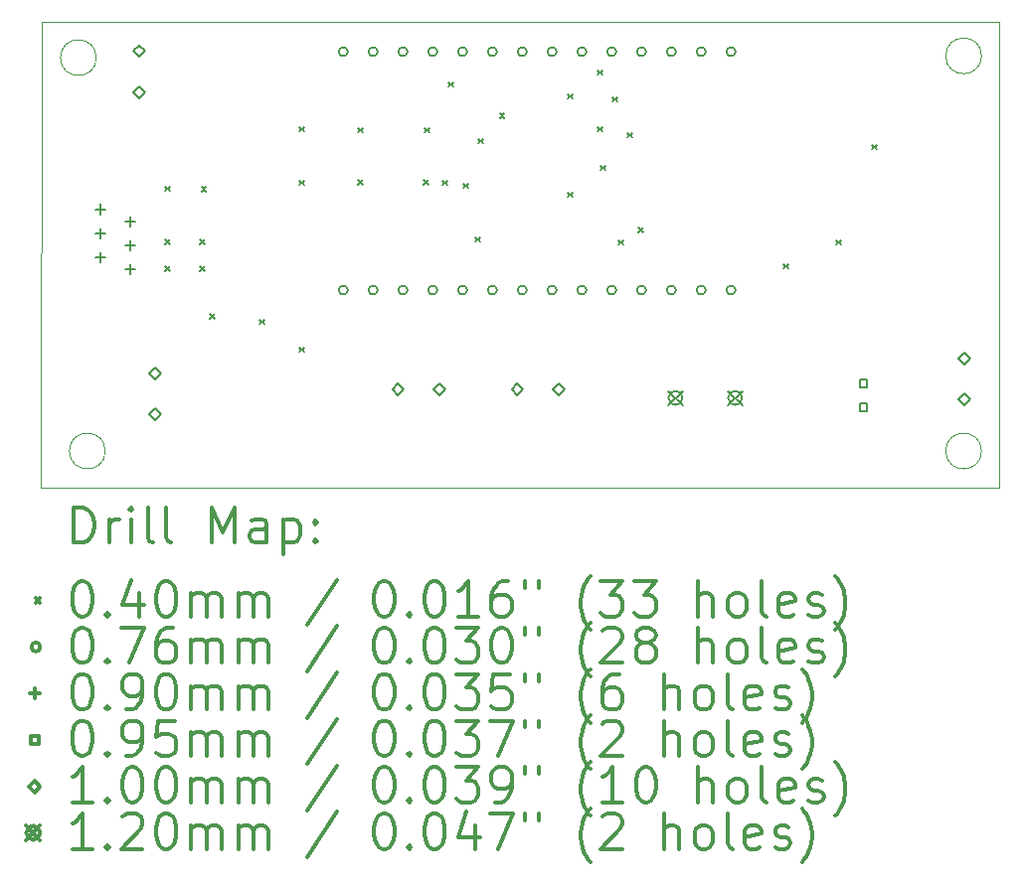
<source format=gbr>
%FSLAX45Y45*%
G04 Gerber Fmt 4.5, Leading zero omitted, Abs format (unit mm)*
G04 Created by KiCad (PCBNEW 5.1.5+dfsg1-2build2) date 2022-04-22 12:54:55*
%MOMM*%
%LPD*%
G04 APERTURE LIST*
%TA.AperFunction,Profile*%
%ADD10C,0.100000*%
%TD*%
%ADD11C,0.200000*%
%ADD12C,0.300000*%
G04 APERTURE END LIST*
D10*
X6319520Y-6604000D02*
X7467600Y-6604000D01*
X6314440Y-10571480D02*
X6319520Y-6604000D01*
X14478000Y-6604000D02*
X14472920Y-10571480D01*
X7467600Y-6604000D02*
X14478000Y-6604000D01*
X6314440Y-10571480D02*
X14472920Y-10571480D01*
X6786880Y-6908800D02*
G75*
G03X6786880Y-6908800I-152400J0D01*
G01*
X6863080Y-10261600D02*
G75*
G03X6863080Y-10261600I-152400J0D01*
G01*
X14325600Y-10261600D02*
G75*
G03X14325600Y-10261600I-152400J0D01*
G01*
X14325600Y-6893560D02*
G75*
G03X14325600Y-6893560I-152400J0D01*
G01*
D11*
X7371400Y-8006400D02*
X7411400Y-8046400D01*
X7411400Y-8006400D02*
X7371400Y-8046400D01*
X7371400Y-8458520D02*
X7411400Y-8498520D01*
X7411400Y-8458520D02*
X7371400Y-8498520D01*
X7373113Y-8688216D02*
X7413113Y-8728216D01*
X7413113Y-8688216D02*
X7373113Y-8728216D01*
X7671120Y-8458520D02*
X7711120Y-8498520D01*
X7711120Y-8458520D02*
X7671120Y-8498520D01*
X7671120Y-8687120D02*
X7711120Y-8727120D01*
X7711120Y-8687120D02*
X7671120Y-8727120D01*
X7681280Y-8011480D02*
X7721280Y-8051480D01*
X7721280Y-8011480D02*
X7681280Y-8051480D01*
X7752400Y-9093520D02*
X7792400Y-9133520D01*
X7792400Y-9093520D02*
X7752400Y-9133520D01*
X8177160Y-9141200D02*
X8217160Y-9181200D01*
X8217160Y-9141200D02*
X8177160Y-9181200D01*
X8514400Y-7498400D02*
X8554400Y-7538400D01*
X8554400Y-7498400D02*
X8514400Y-7538400D01*
X8514400Y-7955600D02*
X8554400Y-7995600D01*
X8554400Y-7955600D02*
X8514400Y-7995600D01*
X8514400Y-9378000D02*
X8554400Y-9418000D01*
X8554400Y-9378000D02*
X8514400Y-9418000D01*
X9014800Y-7506000D02*
X9054800Y-7546000D01*
X9054800Y-7506000D02*
X9014800Y-7546000D01*
X9014800Y-7948000D02*
X9054800Y-7988000D01*
X9054800Y-7948000D02*
X9014800Y-7988000D01*
X9573600Y-7948000D02*
X9613600Y-7988000D01*
X9613600Y-7948000D02*
X9573600Y-7988000D01*
X9581200Y-7506000D02*
X9621200Y-7546000D01*
X9621200Y-7506000D02*
X9581200Y-7546000D01*
X9733600Y-7955600D02*
X9773600Y-7995600D01*
X9773600Y-7955600D02*
X9733600Y-7995600D01*
X9784400Y-7117400D02*
X9824400Y-7157400D01*
X9824400Y-7117400D02*
X9784400Y-7157400D01*
X9911400Y-7981000D02*
X9951400Y-8021000D01*
X9951400Y-7981000D02*
X9911400Y-8021000D01*
X10013000Y-8438200D02*
X10053000Y-8478200D01*
X10053000Y-8438200D02*
X10013000Y-8478200D01*
X10038400Y-7600000D02*
X10078400Y-7640000D01*
X10078400Y-7600000D02*
X10038400Y-7640000D01*
X10222000Y-7386640D02*
X10262000Y-7426640D01*
X10262000Y-7386640D02*
X10222000Y-7426640D01*
X10800400Y-7219000D02*
X10840400Y-7259000D01*
X10840400Y-7219000D02*
X10800400Y-7259000D01*
X10800400Y-8057200D02*
X10840400Y-8097200D01*
X10840400Y-8057200D02*
X10800400Y-8097200D01*
X11054400Y-7015800D02*
X11094400Y-7055800D01*
X11094400Y-7015800D02*
X11054400Y-7055800D01*
X11054400Y-7498400D02*
X11094400Y-7538400D01*
X11094400Y-7498400D02*
X11054400Y-7538400D01*
X11079800Y-7828600D02*
X11119800Y-7868600D01*
X11119800Y-7828600D02*
X11079800Y-7868600D01*
X11181400Y-7244400D02*
X11221400Y-7284400D01*
X11221400Y-7244400D02*
X11181400Y-7284400D01*
X11232200Y-8463600D02*
X11272200Y-8503600D01*
X11272200Y-8463600D02*
X11232200Y-8503600D01*
X11308400Y-7549200D02*
X11348400Y-7589200D01*
X11348400Y-7549200D02*
X11308400Y-7589200D01*
X11403000Y-8355000D02*
X11443000Y-8395000D01*
X11443000Y-8355000D02*
X11403000Y-8395000D01*
X12640800Y-8666800D02*
X12680800Y-8706800D01*
X12680800Y-8666800D02*
X12640800Y-8706800D01*
X13086400Y-8463600D02*
X13126400Y-8503600D01*
X13126400Y-8463600D02*
X13086400Y-8503600D01*
X13391200Y-7650800D02*
X13431200Y-7690800D01*
X13431200Y-7650800D02*
X13391200Y-7690800D01*
X8928100Y-6858000D02*
G75*
G03X8928100Y-6858000I-38100J0D01*
G01*
X9182100Y-6858000D02*
G75*
G03X9182100Y-6858000I-38100J0D01*
G01*
X9436100Y-6858000D02*
G75*
G03X9436100Y-6858000I-38100J0D01*
G01*
X9690100Y-6858000D02*
G75*
G03X9690100Y-6858000I-38100J0D01*
G01*
X9944100Y-6858000D02*
G75*
G03X9944100Y-6858000I-38100J0D01*
G01*
X10198100Y-6858000D02*
G75*
G03X10198100Y-6858000I-38100J0D01*
G01*
X10452100Y-6858000D02*
G75*
G03X10452100Y-6858000I-38100J0D01*
G01*
X10706100Y-6858000D02*
G75*
G03X10706100Y-6858000I-38100J0D01*
G01*
X10960100Y-6858000D02*
G75*
G03X10960100Y-6858000I-38100J0D01*
G01*
X11214100Y-6858000D02*
G75*
G03X11214100Y-6858000I-38100J0D01*
G01*
X11468100Y-6858000D02*
G75*
G03X11468100Y-6858000I-38100J0D01*
G01*
X11722100Y-6858000D02*
G75*
G03X11722100Y-6858000I-38100J0D01*
G01*
X11976100Y-6858000D02*
G75*
G03X11976100Y-6858000I-38100J0D01*
G01*
X12230100Y-6858000D02*
G75*
G03X12230100Y-6858000I-38100J0D01*
G01*
X8928100Y-8890000D02*
G75*
G03X8928100Y-8890000I-38100J0D01*
G01*
X9182100Y-8890000D02*
G75*
G03X9182100Y-8890000I-38100J0D01*
G01*
X9436100Y-8890000D02*
G75*
G03X9436100Y-8890000I-38100J0D01*
G01*
X9690100Y-8890000D02*
G75*
G03X9690100Y-8890000I-38100J0D01*
G01*
X9944100Y-8890000D02*
G75*
G03X9944100Y-8890000I-38100J0D01*
G01*
X10198100Y-8890000D02*
G75*
G03X10198100Y-8890000I-38100J0D01*
G01*
X10452100Y-8890000D02*
G75*
G03X10452100Y-8890000I-38100J0D01*
G01*
X10706100Y-8890000D02*
G75*
G03X10706100Y-8890000I-38100J0D01*
G01*
X10960100Y-8890000D02*
G75*
G03X10960100Y-8890000I-38100J0D01*
G01*
X11214100Y-8890000D02*
G75*
G03X11214100Y-8890000I-38100J0D01*
G01*
X11468100Y-8890000D02*
G75*
G03X11468100Y-8890000I-38100J0D01*
G01*
X11722100Y-8890000D02*
G75*
G03X11722100Y-8890000I-38100J0D01*
G01*
X11976100Y-8890000D02*
G75*
G03X11976100Y-8890000I-38100J0D01*
G01*
X12230100Y-8890000D02*
G75*
G03X12230100Y-8890000I-38100J0D01*
G01*
X6822440Y-8157200D02*
X6822440Y-8247200D01*
X6777440Y-8202200D02*
X6867440Y-8202200D01*
X6822440Y-8361200D02*
X6822440Y-8451200D01*
X6777440Y-8406200D02*
X6867440Y-8406200D01*
X6822440Y-8565200D02*
X6822440Y-8655200D01*
X6777440Y-8610200D02*
X6867440Y-8610200D01*
X7076440Y-8259200D02*
X7076440Y-8349200D01*
X7031440Y-8304200D02*
X7121440Y-8304200D01*
X7076440Y-8463200D02*
X7076440Y-8553200D01*
X7031440Y-8508200D02*
X7121440Y-8508200D01*
X7076440Y-8667200D02*
X7076440Y-8757200D01*
X7031440Y-8712200D02*
X7121440Y-8712200D01*
X13353348Y-9719268D02*
X13353348Y-9652092D01*
X13286172Y-9652092D01*
X13286172Y-9719268D01*
X13353348Y-9719268D01*
X13353348Y-9919268D02*
X13353348Y-9852092D01*
X13286172Y-9852092D01*
X13286172Y-9919268D01*
X13353348Y-9919268D01*
X7284720Y-9651200D02*
X7334720Y-9601200D01*
X7284720Y-9551200D01*
X7234720Y-9601200D01*
X7284720Y-9651200D01*
X7284720Y-10001200D02*
X7334720Y-9951200D01*
X7284720Y-9901200D01*
X7234720Y-9951200D01*
X7284720Y-10001200D01*
X10373360Y-9783280D02*
X10423360Y-9733280D01*
X10373360Y-9683280D01*
X10323360Y-9733280D01*
X10373360Y-9783280D01*
X10723360Y-9783280D02*
X10773360Y-9733280D01*
X10723360Y-9683280D01*
X10673360Y-9733280D01*
X10723360Y-9783280D01*
X9357360Y-9783280D02*
X9407360Y-9733280D01*
X9357360Y-9683280D01*
X9307360Y-9733280D01*
X9357360Y-9783280D01*
X9707360Y-9783280D02*
X9757360Y-9733280D01*
X9707360Y-9683280D01*
X9657360Y-9733280D01*
X9707360Y-9783280D01*
X14178280Y-9524200D02*
X14228280Y-9474200D01*
X14178280Y-9424200D01*
X14128280Y-9474200D01*
X14178280Y-9524200D01*
X14178280Y-9874200D02*
X14228280Y-9824200D01*
X14178280Y-9774200D01*
X14128280Y-9824200D01*
X14178280Y-9874200D01*
X7152640Y-6902920D02*
X7202640Y-6852920D01*
X7152640Y-6802920D01*
X7102640Y-6852920D01*
X7152640Y-6902920D01*
X7152640Y-7252920D02*
X7202640Y-7202920D01*
X7152640Y-7152920D01*
X7102640Y-7202920D01*
X7152640Y-7252920D01*
X11659560Y-9749480D02*
X11779560Y-9869480D01*
X11779560Y-9749480D02*
X11659560Y-9869480D01*
X11779560Y-9809480D02*
G75*
G03X11779560Y-9809480I-60000J0D01*
G01*
X12167560Y-9749480D02*
X12287560Y-9869480D01*
X12287560Y-9749480D02*
X12167560Y-9869480D01*
X12287560Y-9809480D02*
G75*
G03X12287560Y-9809480I-60000J0D01*
G01*
D12*
X6595868Y-11042194D02*
X6595868Y-10742194D01*
X6667297Y-10742194D01*
X6710154Y-10756480D01*
X6738726Y-10785052D01*
X6753011Y-10813623D01*
X6767297Y-10870766D01*
X6767297Y-10913623D01*
X6753011Y-10970766D01*
X6738726Y-10999337D01*
X6710154Y-11027909D01*
X6667297Y-11042194D01*
X6595868Y-11042194D01*
X6895868Y-11042194D02*
X6895868Y-10842194D01*
X6895868Y-10899337D02*
X6910154Y-10870766D01*
X6924440Y-10856480D01*
X6953011Y-10842194D01*
X6981583Y-10842194D01*
X7081583Y-11042194D02*
X7081583Y-10842194D01*
X7081583Y-10742194D02*
X7067297Y-10756480D01*
X7081583Y-10770766D01*
X7095868Y-10756480D01*
X7081583Y-10742194D01*
X7081583Y-10770766D01*
X7267297Y-11042194D02*
X7238726Y-11027909D01*
X7224440Y-10999337D01*
X7224440Y-10742194D01*
X7424440Y-11042194D02*
X7395868Y-11027909D01*
X7381583Y-10999337D01*
X7381583Y-10742194D01*
X7767297Y-11042194D02*
X7767297Y-10742194D01*
X7867297Y-10956480D01*
X7967297Y-10742194D01*
X7967297Y-11042194D01*
X8238726Y-11042194D02*
X8238726Y-10885052D01*
X8224440Y-10856480D01*
X8195868Y-10842194D01*
X8138726Y-10842194D01*
X8110154Y-10856480D01*
X8238726Y-11027909D02*
X8210154Y-11042194D01*
X8138726Y-11042194D01*
X8110154Y-11027909D01*
X8095868Y-10999337D01*
X8095868Y-10970766D01*
X8110154Y-10942194D01*
X8138726Y-10927909D01*
X8210154Y-10927909D01*
X8238726Y-10913623D01*
X8381583Y-10842194D02*
X8381583Y-11142194D01*
X8381583Y-10856480D02*
X8410154Y-10842194D01*
X8467297Y-10842194D01*
X8495868Y-10856480D01*
X8510154Y-10870766D01*
X8524440Y-10899337D01*
X8524440Y-10985052D01*
X8510154Y-11013623D01*
X8495868Y-11027909D01*
X8467297Y-11042194D01*
X8410154Y-11042194D01*
X8381583Y-11027909D01*
X8653011Y-11013623D02*
X8667297Y-11027909D01*
X8653011Y-11042194D01*
X8638726Y-11027909D01*
X8653011Y-11013623D01*
X8653011Y-11042194D01*
X8653011Y-10856480D02*
X8667297Y-10870766D01*
X8653011Y-10885052D01*
X8638726Y-10870766D01*
X8653011Y-10856480D01*
X8653011Y-10885052D01*
X6269440Y-11516480D02*
X6309440Y-11556480D01*
X6309440Y-11516480D02*
X6269440Y-11556480D01*
X6653011Y-11372194D02*
X6681583Y-11372194D01*
X6710154Y-11386480D01*
X6724440Y-11400766D01*
X6738726Y-11429337D01*
X6753011Y-11486480D01*
X6753011Y-11557909D01*
X6738726Y-11615051D01*
X6724440Y-11643623D01*
X6710154Y-11657909D01*
X6681583Y-11672194D01*
X6653011Y-11672194D01*
X6624440Y-11657909D01*
X6610154Y-11643623D01*
X6595868Y-11615051D01*
X6581583Y-11557909D01*
X6581583Y-11486480D01*
X6595868Y-11429337D01*
X6610154Y-11400766D01*
X6624440Y-11386480D01*
X6653011Y-11372194D01*
X6881583Y-11643623D02*
X6895868Y-11657909D01*
X6881583Y-11672194D01*
X6867297Y-11657909D01*
X6881583Y-11643623D01*
X6881583Y-11672194D01*
X7153011Y-11472194D02*
X7153011Y-11672194D01*
X7081583Y-11357909D02*
X7010154Y-11572194D01*
X7195868Y-11572194D01*
X7367297Y-11372194D02*
X7395868Y-11372194D01*
X7424440Y-11386480D01*
X7438726Y-11400766D01*
X7453011Y-11429337D01*
X7467297Y-11486480D01*
X7467297Y-11557909D01*
X7453011Y-11615051D01*
X7438726Y-11643623D01*
X7424440Y-11657909D01*
X7395868Y-11672194D01*
X7367297Y-11672194D01*
X7338726Y-11657909D01*
X7324440Y-11643623D01*
X7310154Y-11615051D01*
X7295868Y-11557909D01*
X7295868Y-11486480D01*
X7310154Y-11429337D01*
X7324440Y-11400766D01*
X7338726Y-11386480D01*
X7367297Y-11372194D01*
X7595868Y-11672194D02*
X7595868Y-11472194D01*
X7595868Y-11500766D02*
X7610154Y-11486480D01*
X7638726Y-11472194D01*
X7681583Y-11472194D01*
X7710154Y-11486480D01*
X7724440Y-11515051D01*
X7724440Y-11672194D01*
X7724440Y-11515051D02*
X7738726Y-11486480D01*
X7767297Y-11472194D01*
X7810154Y-11472194D01*
X7838726Y-11486480D01*
X7853011Y-11515051D01*
X7853011Y-11672194D01*
X7995868Y-11672194D02*
X7995868Y-11472194D01*
X7995868Y-11500766D02*
X8010154Y-11486480D01*
X8038726Y-11472194D01*
X8081583Y-11472194D01*
X8110154Y-11486480D01*
X8124440Y-11515051D01*
X8124440Y-11672194D01*
X8124440Y-11515051D02*
X8138726Y-11486480D01*
X8167297Y-11472194D01*
X8210154Y-11472194D01*
X8238726Y-11486480D01*
X8253011Y-11515051D01*
X8253011Y-11672194D01*
X8838726Y-11357909D02*
X8581583Y-11743623D01*
X9224440Y-11372194D02*
X9253011Y-11372194D01*
X9281583Y-11386480D01*
X9295868Y-11400766D01*
X9310154Y-11429337D01*
X9324440Y-11486480D01*
X9324440Y-11557909D01*
X9310154Y-11615051D01*
X9295868Y-11643623D01*
X9281583Y-11657909D01*
X9253011Y-11672194D01*
X9224440Y-11672194D01*
X9195868Y-11657909D01*
X9181583Y-11643623D01*
X9167297Y-11615051D01*
X9153011Y-11557909D01*
X9153011Y-11486480D01*
X9167297Y-11429337D01*
X9181583Y-11400766D01*
X9195868Y-11386480D01*
X9224440Y-11372194D01*
X9453011Y-11643623D02*
X9467297Y-11657909D01*
X9453011Y-11672194D01*
X9438726Y-11657909D01*
X9453011Y-11643623D01*
X9453011Y-11672194D01*
X9653011Y-11372194D02*
X9681583Y-11372194D01*
X9710154Y-11386480D01*
X9724440Y-11400766D01*
X9738726Y-11429337D01*
X9753011Y-11486480D01*
X9753011Y-11557909D01*
X9738726Y-11615051D01*
X9724440Y-11643623D01*
X9710154Y-11657909D01*
X9681583Y-11672194D01*
X9653011Y-11672194D01*
X9624440Y-11657909D01*
X9610154Y-11643623D01*
X9595868Y-11615051D01*
X9581583Y-11557909D01*
X9581583Y-11486480D01*
X9595868Y-11429337D01*
X9610154Y-11400766D01*
X9624440Y-11386480D01*
X9653011Y-11372194D01*
X10038726Y-11672194D02*
X9867297Y-11672194D01*
X9953011Y-11672194D02*
X9953011Y-11372194D01*
X9924440Y-11415051D01*
X9895868Y-11443623D01*
X9867297Y-11457909D01*
X10295868Y-11372194D02*
X10238726Y-11372194D01*
X10210154Y-11386480D01*
X10195868Y-11400766D01*
X10167297Y-11443623D01*
X10153011Y-11500766D01*
X10153011Y-11615051D01*
X10167297Y-11643623D01*
X10181583Y-11657909D01*
X10210154Y-11672194D01*
X10267297Y-11672194D01*
X10295868Y-11657909D01*
X10310154Y-11643623D01*
X10324440Y-11615051D01*
X10324440Y-11543623D01*
X10310154Y-11515051D01*
X10295868Y-11500766D01*
X10267297Y-11486480D01*
X10210154Y-11486480D01*
X10181583Y-11500766D01*
X10167297Y-11515051D01*
X10153011Y-11543623D01*
X10438726Y-11372194D02*
X10438726Y-11429337D01*
X10553011Y-11372194D02*
X10553011Y-11429337D01*
X10995868Y-11786480D02*
X10981583Y-11772194D01*
X10953011Y-11729337D01*
X10938726Y-11700766D01*
X10924440Y-11657909D01*
X10910154Y-11586480D01*
X10910154Y-11529337D01*
X10924440Y-11457909D01*
X10938726Y-11415051D01*
X10953011Y-11386480D01*
X10981583Y-11343623D01*
X10995868Y-11329337D01*
X11081583Y-11372194D02*
X11267297Y-11372194D01*
X11167297Y-11486480D01*
X11210154Y-11486480D01*
X11238726Y-11500766D01*
X11253011Y-11515051D01*
X11267297Y-11543623D01*
X11267297Y-11615051D01*
X11253011Y-11643623D01*
X11238726Y-11657909D01*
X11210154Y-11672194D01*
X11124440Y-11672194D01*
X11095868Y-11657909D01*
X11081583Y-11643623D01*
X11367297Y-11372194D02*
X11553011Y-11372194D01*
X11453011Y-11486480D01*
X11495868Y-11486480D01*
X11524440Y-11500766D01*
X11538726Y-11515051D01*
X11553011Y-11543623D01*
X11553011Y-11615051D01*
X11538726Y-11643623D01*
X11524440Y-11657909D01*
X11495868Y-11672194D01*
X11410154Y-11672194D01*
X11381583Y-11657909D01*
X11367297Y-11643623D01*
X11910154Y-11672194D02*
X11910154Y-11372194D01*
X12038726Y-11672194D02*
X12038726Y-11515051D01*
X12024440Y-11486480D01*
X11995868Y-11472194D01*
X11953011Y-11472194D01*
X11924440Y-11486480D01*
X11910154Y-11500766D01*
X12224440Y-11672194D02*
X12195868Y-11657909D01*
X12181583Y-11643623D01*
X12167297Y-11615051D01*
X12167297Y-11529337D01*
X12181583Y-11500766D01*
X12195868Y-11486480D01*
X12224440Y-11472194D01*
X12267297Y-11472194D01*
X12295868Y-11486480D01*
X12310154Y-11500766D01*
X12324440Y-11529337D01*
X12324440Y-11615051D01*
X12310154Y-11643623D01*
X12295868Y-11657909D01*
X12267297Y-11672194D01*
X12224440Y-11672194D01*
X12495868Y-11672194D02*
X12467297Y-11657909D01*
X12453011Y-11629337D01*
X12453011Y-11372194D01*
X12724440Y-11657909D02*
X12695868Y-11672194D01*
X12638726Y-11672194D01*
X12610154Y-11657909D01*
X12595868Y-11629337D01*
X12595868Y-11515051D01*
X12610154Y-11486480D01*
X12638726Y-11472194D01*
X12695868Y-11472194D01*
X12724440Y-11486480D01*
X12738726Y-11515051D01*
X12738726Y-11543623D01*
X12595868Y-11572194D01*
X12853011Y-11657909D02*
X12881583Y-11672194D01*
X12938726Y-11672194D01*
X12967297Y-11657909D01*
X12981583Y-11629337D01*
X12981583Y-11615051D01*
X12967297Y-11586480D01*
X12938726Y-11572194D01*
X12895868Y-11572194D01*
X12867297Y-11557909D01*
X12853011Y-11529337D01*
X12853011Y-11515051D01*
X12867297Y-11486480D01*
X12895868Y-11472194D01*
X12938726Y-11472194D01*
X12967297Y-11486480D01*
X13081583Y-11786480D02*
X13095868Y-11772194D01*
X13124440Y-11729337D01*
X13138726Y-11700766D01*
X13153011Y-11657909D01*
X13167297Y-11586480D01*
X13167297Y-11529337D01*
X13153011Y-11457909D01*
X13138726Y-11415051D01*
X13124440Y-11386480D01*
X13095868Y-11343623D01*
X13081583Y-11329337D01*
X6309440Y-11932480D02*
G75*
G03X6309440Y-11932480I-38100J0D01*
G01*
X6653011Y-11768194D02*
X6681583Y-11768194D01*
X6710154Y-11782480D01*
X6724440Y-11796766D01*
X6738726Y-11825337D01*
X6753011Y-11882480D01*
X6753011Y-11953909D01*
X6738726Y-12011051D01*
X6724440Y-12039623D01*
X6710154Y-12053909D01*
X6681583Y-12068194D01*
X6653011Y-12068194D01*
X6624440Y-12053909D01*
X6610154Y-12039623D01*
X6595868Y-12011051D01*
X6581583Y-11953909D01*
X6581583Y-11882480D01*
X6595868Y-11825337D01*
X6610154Y-11796766D01*
X6624440Y-11782480D01*
X6653011Y-11768194D01*
X6881583Y-12039623D02*
X6895868Y-12053909D01*
X6881583Y-12068194D01*
X6867297Y-12053909D01*
X6881583Y-12039623D01*
X6881583Y-12068194D01*
X6995868Y-11768194D02*
X7195868Y-11768194D01*
X7067297Y-12068194D01*
X7438726Y-11768194D02*
X7381583Y-11768194D01*
X7353011Y-11782480D01*
X7338726Y-11796766D01*
X7310154Y-11839623D01*
X7295868Y-11896766D01*
X7295868Y-12011051D01*
X7310154Y-12039623D01*
X7324440Y-12053909D01*
X7353011Y-12068194D01*
X7410154Y-12068194D01*
X7438726Y-12053909D01*
X7453011Y-12039623D01*
X7467297Y-12011051D01*
X7467297Y-11939623D01*
X7453011Y-11911051D01*
X7438726Y-11896766D01*
X7410154Y-11882480D01*
X7353011Y-11882480D01*
X7324440Y-11896766D01*
X7310154Y-11911051D01*
X7295868Y-11939623D01*
X7595868Y-12068194D02*
X7595868Y-11868194D01*
X7595868Y-11896766D02*
X7610154Y-11882480D01*
X7638726Y-11868194D01*
X7681583Y-11868194D01*
X7710154Y-11882480D01*
X7724440Y-11911051D01*
X7724440Y-12068194D01*
X7724440Y-11911051D02*
X7738726Y-11882480D01*
X7767297Y-11868194D01*
X7810154Y-11868194D01*
X7838726Y-11882480D01*
X7853011Y-11911051D01*
X7853011Y-12068194D01*
X7995868Y-12068194D02*
X7995868Y-11868194D01*
X7995868Y-11896766D02*
X8010154Y-11882480D01*
X8038726Y-11868194D01*
X8081583Y-11868194D01*
X8110154Y-11882480D01*
X8124440Y-11911051D01*
X8124440Y-12068194D01*
X8124440Y-11911051D02*
X8138726Y-11882480D01*
X8167297Y-11868194D01*
X8210154Y-11868194D01*
X8238726Y-11882480D01*
X8253011Y-11911051D01*
X8253011Y-12068194D01*
X8838726Y-11753909D02*
X8581583Y-12139623D01*
X9224440Y-11768194D02*
X9253011Y-11768194D01*
X9281583Y-11782480D01*
X9295868Y-11796766D01*
X9310154Y-11825337D01*
X9324440Y-11882480D01*
X9324440Y-11953909D01*
X9310154Y-12011051D01*
X9295868Y-12039623D01*
X9281583Y-12053909D01*
X9253011Y-12068194D01*
X9224440Y-12068194D01*
X9195868Y-12053909D01*
X9181583Y-12039623D01*
X9167297Y-12011051D01*
X9153011Y-11953909D01*
X9153011Y-11882480D01*
X9167297Y-11825337D01*
X9181583Y-11796766D01*
X9195868Y-11782480D01*
X9224440Y-11768194D01*
X9453011Y-12039623D02*
X9467297Y-12053909D01*
X9453011Y-12068194D01*
X9438726Y-12053909D01*
X9453011Y-12039623D01*
X9453011Y-12068194D01*
X9653011Y-11768194D02*
X9681583Y-11768194D01*
X9710154Y-11782480D01*
X9724440Y-11796766D01*
X9738726Y-11825337D01*
X9753011Y-11882480D01*
X9753011Y-11953909D01*
X9738726Y-12011051D01*
X9724440Y-12039623D01*
X9710154Y-12053909D01*
X9681583Y-12068194D01*
X9653011Y-12068194D01*
X9624440Y-12053909D01*
X9610154Y-12039623D01*
X9595868Y-12011051D01*
X9581583Y-11953909D01*
X9581583Y-11882480D01*
X9595868Y-11825337D01*
X9610154Y-11796766D01*
X9624440Y-11782480D01*
X9653011Y-11768194D01*
X9853011Y-11768194D02*
X10038726Y-11768194D01*
X9938726Y-11882480D01*
X9981583Y-11882480D01*
X10010154Y-11896766D01*
X10024440Y-11911051D01*
X10038726Y-11939623D01*
X10038726Y-12011051D01*
X10024440Y-12039623D01*
X10010154Y-12053909D01*
X9981583Y-12068194D01*
X9895868Y-12068194D01*
X9867297Y-12053909D01*
X9853011Y-12039623D01*
X10224440Y-11768194D02*
X10253011Y-11768194D01*
X10281583Y-11782480D01*
X10295868Y-11796766D01*
X10310154Y-11825337D01*
X10324440Y-11882480D01*
X10324440Y-11953909D01*
X10310154Y-12011051D01*
X10295868Y-12039623D01*
X10281583Y-12053909D01*
X10253011Y-12068194D01*
X10224440Y-12068194D01*
X10195868Y-12053909D01*
X10181583Y-12039623D01*
X10167297Y-12011051D01*
X10153011Y-11953909D01*
X10153011Y-11882480D01*
X10167297Y-11825337D01*
X10181583Y-11796766D01*
X10195868Y-11782480D01*
X10224440Y-11768194D01*
X10438726Y-11768194D02*
X10438726Y-11825337D01*
X10553011Y-11768194D02*
X10553011Y-11825337D01*
X10995868Y-12182480D02*
X10981583Y-12168194D01*
X10953011Y-12125337D01*
X10938726Y-12096766D01*
X10924440Y-12053909D01*
X10910154Y-11982480D01*
X10910154Y-11925337D01*
X10924440Y-11853909D01*
X10938726Y-11811051D01*
X10953011Y-11782480D01*
X10981583Y-11739623D01*
X10995868Y-11725337D01*
X11095868Y-11796766D02*
X11110154Y-11782480D01*
X11138726Y-11768194D01*
X11210154Y-11768194D01*
X11238726Y-11782480D01*
X11253011Y-11796766D01*
X11267297Y-11825337D01*
X11267297Y-11853909D01*
X11253011Y-11896766D01*
X11081583Y-12068194D01*
X11267297Y-12068194D01*
X11438726Y-11896766D02*
X11410154Y-11882480D01*
X11395868Y-11868194D01*
X11381583Y-11839623D01*
X11381583Y-11825337D01*
X11395868Y-11796766D01*
X11410154Y-11782480D01*
X11438726Y-11768194D01*
X11495868Y-11768194D01*
X11524440Y-11782480D01*
X11538726Y-11796766D01*
X11553011Y-11825337D01*
X11553011Y-11839623D01*
X11538726Y-11868194D01*
X11524440Y-11882480D01*
X11495868Y-11896766D01*
X11438726Y-11896766D01*
X11410154Y-11911051D01*
X11395868Y-11925337D01*
X11381583Y-11953909D01*
X11381583Y-12011051D01*
X11395868Y-12039623D01*
X11410154Y-12053909D01*
X11438726Y-12068194D01*
X11495868Y-12068194D01*
X11524440Y-12053909D01*
X11538726Y-12039623D01*
X11553011Y-12011051D01*
X11553011Y-11953909D01*
X11538726Y-11925337D01*
X11524440Y-11911051D01*
X11495868Y-11896766D01*
X11910154Y-12068194D02*
X11910154Y-11768194D01*
X12038726Y-12068194D02*
X12038726Y-11911051D01*
X12024440Y-11882480D01*
X11995868Y-11868194D01*
X11953011Y-11868194D01*
X11924440Y-11882480D01*
X11910154Y-11896766D01*
X12224440Y-12068194D02*
X12195868Y-12053909D01*
X12181583Y-12039623D01*
X12167297Y-12011051D01*
X12167297Y-11925337D01*
X12181583Y-11896766D01*
X12195868Y-11882480D01*
X12224440Y-11868194D01*
X12267297Y-11868194D01*
X12295868Y-11882480D01*
X12310154Y-11896766D01*
X12324440Y-11925337D01*
X12324440Y-12011051D01*
X12310154Y-12039623D01*
X12295868Y-12053909D01*
X12267297Y-12068194D01*
X12224440Y-12068194D01*
X12495868Y-12068194D02*
X12467297Y-12053909D01*
X12453011Y-12025337D01*
X12453011Y-11768194D01*
X12724440Y-12053909D02*
X12695868Y-12068194D01*
X12638726Y-12068194D01*
X12610154Y-12053909D01*
X12595868Y-12025337D01*
X12595868Y-11911051D01*
X12610154Y-11882480D01*
X12638726Y-11868194D01*
X12695868Y-11868194D01*
X12724440Y-11882480D01*
X12738726Y-11911051D01*
X12738726Y-11939623D01*
X12595868Y-11968194D01*
X12853011Y-12053909D02*
X12881583Y-12068194D01*
X12938726Y-12068194D01*
X12967297Y-12053909D01*
X12981583Y-12025337D01*
X12981583Y-12011051D01*
X12967297Y-11982480D01*
X12938726Y-11968194D01*
X12895868Y-11968194D01*
X12867297Y-11953909D01*
X12853011Y-11925337D01*
X12853011Y-11911051D01*
X12867297Y-11882480D01*
X12895868Y-11868194D01*
X12938726Y-11868194D01*
X12967297Y-11882480D01*
X13081583Y-12182480D02*
X13095868Y-12168194D01*
X13124440Y-12125337D01*
X13138726Y-12096766D01*
X13153011Y-12053909D01*
X13167297Y-11982480D01*
X13167297Y-11925337D01*
X13153011Y-11853909D01*
X13138726Y-11811051D01*
X13124440Y-11782480D01*
X13095868Y-11739623D01*
X13081583Y-11725337D01*
X6264440Y-12283480D02*
X6264440Y-12373480D01*
X6219440Y-12328480D02*
X6309440Y-12328480D01*
X6653011Y-12164194D02*
X6681583Y-12164194D01*
X6710154Y-12178480D01*
X6724440Y-12192766D01*
X6738726Y-12221337D01*
X6753011Y-12278480D01*
X6753011Y-12349909D01*
X6738726Y-12407051D01*
X6724440Y-12435623D01*
X6710154Y-12449909D01*
X6681583Y-12464194D01*
X6653011Y-12464194D01*
X6624440Y-12449909D01*
X6610154Y-12435623D01*
X6595868Y-12407051D01*
X6581583Y-12349909D01*
X6581583Y-12278480D01*
X6595868Y-12221337D01*
X6610154Y-12192766D01*
X6624440Y-12178480D01*
X6653011Y-12164194D01*
X6881583Y-12435623D02*
X6895868Y-12449909D01*
X6881583Y-12464194D01*
X6867297Y-12449909D01*
X6881583Y-12435623D01*
X6881583Y-12464194D01*
X7038726Y-12464194D02*
X7095868Y-12464194D01*
X7124440Y-12449909D01*
X7138726Y-12435623D01*
X7167297Y-12392766D01*
X7181583Y-12335623D01*
X7181583Y-12221337D01*
X7167297Y-12192766D01*
X7153011Y-12178480D01*
X7124440Y-12164194D01*
X7067297Y-12164194D01*
X7038726Y-12178480D01*
X7024440Y-12192766D01*
X7010154Y-12221337D01*
X7010154Y-12292766D01*
X7024440Y-12321337D01*
X7038726Y-12335623D01*
X7067297Y-12349909D01*
X7124440Y-12349909D01*
X7153011Y-12335623D01*
X7167297Y-12321337D01*
X7181583Y-12292766D01*
X7367297Y-12164194D02*
X7395868Y-12164194D01*
X7424440Y-12178480D01*
X7438726Y-12192766D01*
X7453011Y-12221337D01*
X7467297Y-12278480D01*
X7467297Y-12349909D01*
X7453011Y-12407051D01*
X7438726Y-12435623D01*
X7424440Y-12449909D01*
X7395868Y-12464194D01*
X7367297Y-12464194D01*
X7338726Y-12449909D01*
X7324440Y-12435623D01*
X7310154Y-12407051D01*
X7295868Y-12349909D01*
X7295868Y-12278480D01*
X7310154Y-12221337D01*
X7324440Y-12192766D01*
X7338726Y-12178480D01*
X7367297Y-12164194D01*
X7595868Y-12464194D02*
X7595868Y-12264194D01*
X7595868Y-12292766D02*
X7610154Y-12278480D01*
X7638726Y-12264194D01*
X7681583Y-12264194D01*
X7710154Y-12278480D01*
X7724440Y-12307051D01*
X7724440Y-12464194D01*
X7724440Y-12307051D02*
X7738726Y-12278480D01*
X7767297Y-12264194D01*
X7810154Y-12264194D01*
X7838726Y-12278480D01*
X7853011Y-12307051D01*
X7853011Y-12464194D01*
X7995868Y-12464194D02*
X7995868Y-12264194D01*
X7995868Y-12292766D02*
X8010154Y-12278480D01*
X8038726Y-12264194D01*
X8081583Y-12264194D01*
X8110154Y-12278480D01*
X8124440Y-12307051D01*
X8124440Y-12464194D01*
X8124440Y-12307051D02*
X8138726Y-12278480D01*
X8167297Y-12264194D01*
X8210154Y-12264194D01*
X8238726Y-12278480D01*
X8253011Y-12307051D01*
X8253011Y-12464194D01*
X8838726Y-12149909D02*
X8581583Y-12535623D01*
X9224440Y-12164194D02*
X9253011Y-12164194D01*
X9281583Y-12178480D01*
X9295868Y-12192766D01*
X9310154Y-12221337D01*
X9324440Y-12278480D01*
X9324440Y-12349909D01*
X9310154Y-12407051D01*
X9295868Y-12435623D01*
X9281583Y-12449909D01*
X9253011Y-12464194D01*
X9224440Y-12464194D01*
X9195868Y-12449909D01*
X9181583Y-12435623D01*
X9167297Y-12407051D01*
X9153011Y-12349909D01*
X9153011Y-12278480D01*
X9167297Y-12221337D01*
X9181583Y-12192766D01*
X9195868Y-12178480D01*
X9224440Y-12164194D01*
X9453011Y-12435623D02*
X9467297Y-12449909D01*
X9453011Y-12464194D01*
X9438726Y-12449909D01*
X9453011Y-12435623D01*
X9453011Y-12464194D01*
X9653011Y-12164194D02*
X9681583Y-12164194D01*
X9710154Y-12178480D01*
X9724440Y-12192766D01*
X9738726Y-12221337D01*
X9753011Y-12278480D01*
X9753011Y-12349909D01*
X9738726Y-12407051D01*
X9724440Y-12435623D01*
X9710154Y-12449909D01*
X9681583Y-12464194D01*
X9653011Y-12464194D01*
X9624440Y-12449909D01*
X9610154Y-12435623D01*
X9595868Y-12407051D01*
X9581583Y-12349909D01*
X9581583Y-12278480D01*
X9595868Y-12221337D01*
X9610154Y-12192766D01*
X9624440Y-12178480D01*
X9653011Y-12164194D01*
X9853011Y-12164194D02*
X10038726Y-12164194D01*
X9938726Y-12278480D01*
X9981583Y-12278480D01*
X10010154Y-12292766D01*
X10024440Y-12307051D01*
X10038726Y-12335623D01*
X10038726Y-12407051D01*
X10024440Y-12435623D01*
X10010154Y-12449909D01*
X9981583Y-12464194D01*
X9895868Y-12464194D01*
X9867297Y-12449909D01*
X9853011Y-12435623D01*
X10310154Y-12164194D02*
X10167297Y-12164194D01*
X10153011Y-12307051D01*
X10167297Y-12292766D01*
X10195868Y-12278480D01*
X10267297Y-12278480D01*
X10295868Y-12292766D01*
X10310154Y-12307051D01*
X10324440Y-12335623D01*
X10324440Y-12407051D01*
X10310154Y-12435623D01*
X10295868Y-12449909D01*
X10267297Y-12464194D01*
X10195868Y-12464194D01*
X10167297Y-12449909D01*
X10153011Y-12435623D01*
X10438726Y-12164194D02*
X10438726Y-12221337D01*
X10553011Y-12164194D02*
X10553011Y-12221337D01*
X10995868Y-12578480D02*
X10981583Y-12564194D01*
X10953011Y-12521337D01*
X10938726Y-12492766D01*
X10924440Y-12449909D01*
X10910154Y-12378480D01*
X10910154Y-12321337D01*
X10924440Y-12249909D01*
X10938726Y-12207051D01*
X10953011Y-12178480D01*
X10981583Y-12135623D01*
X10995868Y-12121337D01*
X11238726Y-12164194D02*
X11181583Y-12164194D01*
X11153011Y-12178480D01*
X11138726Y-12192766D01*
X11110154Y-12235623D01*
X11095868Y-12292766D01*
X11095868Y-12407051D01*
X11110154Y-12435623D01*
X11124440Y-12449909D01*
X11153011Y-12464194D01*
X11210154Y-12464194D01*
X11238726Y-12449909D01*
X11253011Y-12435623D01*
X11267297Y-12407051D01*
X11267297Y-12335623D01*
X11253011Y-12307051D01*
X11238726Y-12292766D01*
X11210154Y-12278480D01*
X11153011Y-12278480D01*
X11124440Y-12292766D01*
X11110154Y-12307051D01*
X11095868Y-12335623D01*
X11624440Y-12464194D02*
X11624440Y-12164194D01*
X11753011Y-12464194D02*
X11753011Y-12307051D01*
X11738726Y-12278480D01*
X11710154Y-12264194D01*
X11667297Y-12264194D01*
X11638726Y-12278480D01*
X11624440Y-12292766D01*
X11938726Y-12464194D02*
X11910154Y-12449909D01*
X11895868Y-12435623D01*
X11881583Y-12407051D01*
X11881583Y-12321337D01*
X11895868Y-12292766D01*
X11910154Y-12278480D01*
X11938726Y-12264194D01*
X11981583Y-12264194D01*
X12010154Y-12278480D01*
X12024440Y-12292766D01*
X12038726Y-12321337D01*
X12038726Y-12407051D01*
X12024440Y-12435623D01*
X12010154Y-12449909D01*
X11981583Y-12464194D01*
X11938726Y-12464194D01*
X12210154Y-12464194D02*
X12181583Y-12449909D01*
X12167297Y-12421337D01*
X12167297Y-12164194D01*
X12438726Y-12449909D02*
X12410154Y-12464194D01*
X12353011Y-12464194D01*
X12324440Y-12449909D01*
X12310154Y-12421337D01*
X12310154Y-12307051D01*
X12324440Y-12278480D01*
X12353011Y-12264194D01*
X12410154Y-12264194D01*
X12438726Y-12278480D01*
X12453011Y-12307051D01*
X12453011Y-12335623D01*
X12310154Y-12364194D01*
X12567297Y-12449909D02*
X12595868Y-12464194D01*
X12653011Y-12464194D01*
X12681583Y-12449909D01*
X12695868Y-12421337D01*
X12695868Y-12407051D01*
X12681583Y-12378480D01*
X12653011Y-12364194D01*
X12610154Y-12364194D01*
X12581583Y-12349909D01*
X12567297Y-12321337D01*
X12567297Y-12307051D01*
X12581583Y-12278480D01*
X12610154Y-12264194D01*
X12653011Y-12264194D01*
X12681583Y-12278480D01*
X12795868Y-12578480D02*
X12810154Y-12564194D01*
X12838726Y-12521337D01*
X12853011Y-12492766D01*
X12867297Y-12449909D01*
X12881583Y-12378480D01*
X12881583Y-12321337D01*
X12867297Y-12249909D01*
X12853011Y-12207051D01*
X12838726Y-12178480D01*
X12810154Y-12135623D01*
X12795868Y-12121337D01*
X6295528Y-12758068D02*
X6295528Y-12690892D01*
X6228352Y-12690892D01*
X6228352Y-12758068D01*
X6295528Y-12758068D01*
X6653011Y-12560194D02*
X6681583Y-12560194D01*
X6710154Y-12574480D01*
X6724440Y-12588766D01*
X6738726Y-12617337D01*
X6753011Y-12674480D01*
X6753011Y-12745909D01*
X6738726Y-12803051D01*
X6724440Y-12831623D01*
X6710154Y-12845909D01*
X6681583Y-12860194D01*
X6653011Y-12860194D01*
X6624440Y-12845909D01*
X6610154Y-12831623D01*
X6595868Y-12803051D01*
X6581583Y-12745909D01*
X6581583Y-12674480D01*
X6595868Y-12617337D01*
X6610154Y-12588766D01*
X6624440Y-12574480D01*
X6653011Y-12560194D01*
X6881583Y-12831623D02*
X6895868Y-12845909D01*
X6881583Y-12860194D01*
X6867297Y-12845909D01*
X6881583Y-12831623D01*
X6881583Y-12860194D01*
X7038726Y-12860194D02*
X7095868Y-12860194D01*
X7124440Y-12845909D01*
X7138726Y-12831623D01*
X7167297Y-12788766D01*
X7181583Y-12731623D01*
X7181583Y-12617337D01*
X7167297Y-12588766D01*
X7153011Y-12574480D01*
X7124440Y-12560194D01*
X7067297Y-12560194D01*
X7038726Y-12574480D01*
X7024440Y-12588766D01*
X7010154Y-12617337D01*
X7010154Y-12688766D01*
X7024440Y-12717337D01*
X7038726Y-12731623D01*
X7067297Y-12745909D01*
X7124440Y-12745909D01*
X7153011Y-12731623D01*
X7167297Y-12717337D01*
X7181583Y-12688766D01*
X7453011Y-12560194D02*
X7310154Y-12560194D01*
X7295868Y-12703051D01*
X7310154Y-12688766D01*
X7338726Y-12674480D01*
X7410154Y-12674480D01*
X7438726Y-12688766D01*
X7453011Y-12703051D01*
X7467297Y-12731623D01*
X7467297Y-12803051D01*
X7453011Y-12831623D01*
X7438726Y-12845909D01*
X7410154Y-12860194D01*
X7338726Y-12860194D01*
X7310154Y-12845909D01*
X7295868Y-12831623D01*
X7595868Y-12860194D02*
X7595868Y-12660194D01*
X7595868Y-12688766D02*
X7610154Y-12674480D01*
X7638726Y-12660194D01*
X7681583Y-12660194D01*
X7710154Y-12674480D01*
X7724440Y-12703051D01*
X7724440Y-12860194D01*
X7724440Y-12703051D02*
X7738726Y-12674480D01*
X7767297Y-12660194D01*
X7810154Y-12660194D01*
X7838726Y-12674480D01*
X7853011Y-12703051D01*
X7853011Y-12860194D01*
X7995868Y-12860194D02*
X7995868Y-12660194D01*
X7995868Y-12688766D02*
X8010154Y-12674480D01*
X8038726Y-12660194D01*
X8081583Y-12660194D01*
X8110154Y-12674480D01*
X8124440Y-12703051D01*
X8124440Y-12860194D01*
X8124440Y-12703051D02*
X8138726Y-12674480D01*
X8167297Y-12660194D01*
X8210154Y-12660194D01*
X8238726Y-12674480D01*
X8253011Y-12703051D01*
X8253011Y-12860194D01*
X8838726Y-12545909D02*
X8581583Y-12931623D01*
X9224440Y-12560194D02*
X9253011Y-12560194D01*
X9281583Y-12574480D01*
X9295868Y-12588766D01*
X9310154Y-12617337D01*
X9324440Y-12674480D01*
X9324440Y-12745909D01*
X9310154Y-12803051D01*
X9295868Y-12831623D01*
X9281583Y-12845909D01*
X9253011Y-12860194D01*
X9224440Y-12860194D01*
X9195868Y-12845909D01*
X9181583Y-12831623D01*
X9167297Y-12803051D01*
X9153011Y-12745909D01*
X9153011Y-12674480D01*
X9167297Y-12617337D01*
X9181583Y-12588766D01*
X9195868Y-12574480D01*
X9224440Y-12560194D01*
X9453011Y-12831623D02*
X9467297Y-12845909D01*
X9453011Y-12860194D01*
X9438726Y-12845909D01*
X9453011Y-12831623D01*
X9453011Y-12860194D01*
X9653011Y-12560194D02*
X9681583Y-12560194D01*
X9710154Y-12574480D01*
X9724440Y-12588766D01*
X9738726Y-12617337D01*
X9753011Y-12674480D01*
X9753011Y-12745909D01*
X9738726Y-12803051D01*
X9724440Y-12831623D01*
X9710154Y-12845909D01*
X9681583Y-12860194D01*
X9653011Y-12860194D01*
X9624440Y-12845909D01*
X9610154Y-12831623D01*
X9595868Y-12803051D01*
X9581583Y-12745909D01*
X9581583Y-12674480D01*
X9595868Y-12617337D01*
X9610154Y-12588766D01*
X9624440Y-12574480D01*
X9653011Y-12560194D01*
X9853011Y-12560194D02*
X10038726Y-12560194D01*
X9938726Y-12674480D01*
X9981583Y-12674480D01*
X10010154Y-12688766D01*
X10024440Y-12703051D01*
X10038726Y-12731623D01*
X10038726Y-12803051D01*
X10024440Y-12831623D01*
X10010154Y-12845909D01*
X9981583Y-12860194D01*
X9895868Y-12860194D01*
X9867297Y-12845909D01*
X9853011Y-12831623D01*
X10138726Y-12560194D02*
X10338726Y-12560194D01*
X10210154Y-12860194D01*
X10438726Y-12560194D02*
X10438726Y-12617337D01*
X10553011Y-12560194D02*
X10553011Y-12617337D01*
X10995868Y-12974480D02*
X10981583Y-12960194D01*
X10953011Y-12917337D01*
X10938726Y-12888766D01*
X10924440Y-12845909D01*
X10910154Y-12774480D01*
X10910154Y-12717337D01*
X10924440Y-12645909D01*
X10938726Y-12603051D01*
X10953011Y-12574480D01*
X10981583Y-12531623D01*
X10995868Y-12517337D01*
X11095868Y-12588766D02*
X11110154Y-12574480D01*
X11138726Y-12560194D01*
X11210154Y-12560194D01*
X11238726Y-12574480D01*
X11253011Y-12588766D01*
X11267297Y-12617337D01*
X11267297Y-12645909D01*
X11253011Y-12688766D01*
X11081583Y-12860194D01*
X11267297Y-12860194D01*
X11624440Y-12860194D02*
X11624440Y-12560194D01*
X11753011Y-12860194D02*
X11753011Y-12703051D01*
X11738726Y-12674480D01*
X11710154Y-12660194D01*
X11667297Y-12660194D01*
X11638726Y-12674480D01*
X11624440Y-12688766D01*
X11938726Y-12860194D02*
X11910154Y-12845909D01*
X11895868Y-12831623D01*
X11881583Y-12803051D01*
X11881583Y-12717337D01*
X11895868Y-12688766D01*
X11910154Y-12674480D01*
X11938726Y-12660194D01*
X11981583Y-12660194D01*
X12010154Y-12674480D01*
X12024440Y-12688766D01*
X12038726Y-12717337D01*
X12038726Y-12803051D01*
X12024440Y-12831623D01*
X12010154Y-12845909D01*
X11981583Y-12860194D01*
X11938726Y-12860194D01*
X12210154Y-12860194D02*
X12181583Y-12845909D01*
X12167297Y-12817337D01*
X12167297Y-12560194D01*
X12438726Y-12845909D02*
X12410154Y-12860194D01*
X12353011Y-12860194D01*
X12324440Y-12845909D01*
X12310154Y-12817337D01*
X12310154Y-12703051D01*
X12324440Y-12674480D01*
X12353011Y-12660194D01*
X12410154Y-12660194D01*
X12438726Y-12674480D01*
X12453011Y-12703051D01*
X12453011Y-12731623D01*
X12310154Y-12760194D01*
X12567297Y-12845909D02*
X12595868Y-12860194D01*
X12653011Y-12860194D01*
X12681583Y-12845909D01*
X12695868Y-12817337D01*
X12695868Y-12803051D01*
X12681583Y-12774480D01*
X12653011Y-12760194D01*
X12610154Y-12760194D01*
X12581583Y-12745909D01*
X12567297Y-12717337D01*
X12567297Y-12703051D01*
X12581583Y-12674480D01*
X12610154Y-12660194D01*
X12653011Y-12660194D01*
X12681583Y-12674480D01*
X12795868Y-12974480D02*
X12810154Y-12960194D01*
X12838726Y-12917337D01*
X12853011Y-12888766D01*
X12867297Y-12845909D01*
X12881583Y-12774480D01*
X12881583Y-12717337D01*
X12867297Y-12645909D01*
X12853011Y-12603051D01*
X12838726Y-12574480D01*
X12810154Y-12531623D01*
X12795868Y-12517337D01*
X6259440Y-13170480D02*
X6309440Y-13120480D01*
X6259440Y-13070480D01*
X6209440Y-13120480D01*
X6259440Y-13170480D01*
X6753011Y-13256194D02*
X6581583Y-13256194D01*
X6667297Y-13256194D02*
X6667297Y-12956194D01*
X6638726Y-12999051D01*
X6610154Y-13027623D01*
X6581583Y-13041909D01*
X6881583Y-13227623D02*
X6895868Y-13241909D01*
X6881583Y-13256194D01*
X6867297Y-13241909D01*
X6881583Y-13227623D01*
X6881583Y-13256194D01*
X7081583Y-12956194D02*
X7110154Y-12956194D01*
X7138726Y-12970480D01*
X7153011Y-12984766D01*
X7167297Y-13013337D01*
X7181583Y-13070480D01*
X7181583Y-13141909D01*
X7167297Y-13199051D01*
X7153011Y-13227623D01*
X7138726Y-13241909D01*
X7110154Y-13256194D01*
X7081583Y-13256194D01*
X7053011Y-13241909D01*
X7038726Y-13227623D01*
X7024440Y-13199051D01*
X7010154Y-13141909D01*
X7010154Y-13070480D01*
X7024440Y-13013337D01*
X7038726Y-12984766D01*
X7053011Y-12970480D01*
X7081583Y-12956194D01*
X7367297Y-12956194D02*
X7395868Y-12956194D01*
X7424440Y-12970480D01*
X7438726Y-12984766D01*
X7453011Y-13013337D01*
X7467297Y-13070480D01*
X7467297Y-13141909D01*
X7453011Y-13199051D01*
X7438726Y-13227623D01*
X7424440Y-13241909D01*
X7395868Y-13256194D01*
X7367297Y-13256194D01*
X7338726Y-13241909D01*
X7324440Y-13227623D01*
X7310154Y-13199051D01*
X7295868Y-13141909D01*
X7295868Y-13070480D01*
X7310154Y-13013337D01*
X7324440Y-12984766D01*
X7338726Y-12970480D01*
X7367297Y-12956194D01*
X7595868Y-13256194D02*
X7595868Y-13056194D01*
X7595868Y-13084766D02*
X7610154Y-13070480D01*
X7638726Y-13056194D01*
X7681583Y-13056194D01*
X7710154Y-13070480D01*
X7724440Y-13099051D01*
X7724440Y-13256194D01*
X7724440Y-13099051D02*
X7738726Y-13070480D01*
X7767297Y-13056194D01*
X7810154Y-13056194D01*
X7838726Y-13070480D01*
X7853011Y-13099051D01*
X7853011Y-13256194D01*
X7995868Y-13256194D02*
X7995868Y-13056194D01*
X7995868Y-13084766D02*
X8010154Y-13070480D01*
X8038726Y-13056194D01*
X8081583Y-13056194D01*
X8110154Y-13070480D01*
X8124440Y-13099051D01*
X8124440Y-13256194D01*
X8124440Y-13099051D02*
X8138726Y-13070480D01*
X8167297Y-13056194D01*
X8210154Y-13056194D01*
X8238726Y-13070480D01*
X8253011Y-13099051D01*
X8253011Y-13256194D01*
X8838726Y-12941909D02*
X8581583Y-13327623D01*
X9224440Y-12956194D02*
X9253011Y-12956194D01*
X9281583Y-12970480D01*
X9295868Y-12984766D01*
X9310154Y-13013337D01*
X9324440Y-13070480D01*
X9324440Y-13141909D01*
X9310154Y-13199051D01*
X9295868Y-13227623D01*
X9281583Y-13241909D01*
X9253011Y-13256194D01*
X9224440Y-13256194D01*
X9195868Y-13241909D01*
X9181583Y-13227623D01*
X9167297Y-13199051D01*
X9153011Y-13141909D01*
X9153011Y-13070480D01*
X9167297Y-13013337D01*
X9181583Y-12984766D01*
X9195868Y-12970480D01*
X9224440Y-12956194D01*
X9453011Y-13227623D02*
X9467297Y-13241909D01*
X9453011Y-13256194D01*
X9438726Y-13241909D01*
X9453011Y-13227623D01*
X9453011Y-13256194D01*
X9653011Y-12956194D02*
X9681583Y-12956194D01*
X9710154Y-12970480D01*
X9724440Y-12984766D01*
X9738726Y-13013337D01*
X9753011Y-13070480D01*
X9753011Y-13141909D01*
X9738726Y-13199051D01*
X9724440Y-13227623D01*
X9710154Y-13241909D01*
X9681583Y-13256194D01*
X9653011Y-13256194D01*
X9624440Y-13241909D01*
X9610154Y-13227623D01*
X9595868Y-13199051D01*
X9581583Y-13141909D01*
X9581583Y-13070480D01*
X9595868Y-13013337D01*
X9610154Y-12984766D01*
X9624440Y-12970480D01*
X9653011Y-12956194D01*
X9853011Y-12956194D02*
X10038726Y-12956194D01*
X9938726Y-13070480D01*
X9981583Y-13070480D01*
X10010154Y-13084766D01*
X10024440Y-13099051D01*
X10038726Y-13127623D01*
X10038726Y-13199051D01*
X10024440Y-13227623D01*
X10010154Y-13241909D01*
X9981583Y-13256194D01*
X9895868Y-13256194D01*
X9867297Y-13241909D01*
X9853011Y-13227623D01*
X10181583Y-13256194D02*
X10238726Y-13256194D01*
X10267297Y-13241909D01*
X10281583Y-13227623D01*
X10310154Y-13184766D01*
X10324440Y-13127623D01*
X10324440Y-13013337D01*
X10310154Y-12984766D01*
X10295868Y-12970480D01*
X10267297Y-12956194D01*
X10210154Y-12956194D01*
X10181583Y-12970480D01*
X10167297Y-12984766D01*
X10153011Y-13013337D01*
X10153011Y-13084766D01*
X10167297Y-13113337D01*
X10181583Y-13127623D01*
X10210154Y-13141909D01*
X10267297Y-13141909D01*
X10295868Y-13127623D01*
X10310154Y-13113337D01*
X10324440Y-13084766D01*
X10438726Y-12956194D02*
X10438726Y-13013337D01*
X10553011Y-12956194D02*
X10553011Y-13013337D01*
X10995868Y-13370480D02*
X10981583Y-13356194D01*
X10953011Y-13313337D01*
X10938726Y-13284766D01*
X10924440Y-13241909D01*
X10910154Y-13170480D01*
X10910154Y-13113337D01*
X10924440Y-13041909D01*
X10938726Y-12999051D01*
X10953011Y-12970480D01*
X10981583Y-12927623D01*
X10995868Y-12913337D01*
X11267297Y-13256194D02*
X11095868Y-13256194D01*
X11181583Y-13256194D02*
X11181583Y-12956194D01*
X11153011Y-12999051D01*
X11124440Y-13027623D01*
X11095868Y-13041909D01*
X11453011Y-12956194D02*
X11481583Y-12956194D01*
X11510154Y-12970480D01*
X11524440Y-12984766D01*
X11538726Y-13013337D01*
X11553011Y-13070480D01*
X11553011Y-13141909D01*
X11538726Y-13199051D01*
X11524440Y-13227623D01*
X11510154Y-13241909D01*
X11481583Y-13256194D01*
X11453011Y-13256194D01*
X11424440Y-13241909D01*
X11410154Y-13227623D01*
X11395868Y-13199051D01*
X11381583Y-13141909D01*
X11381583Y-13070480D01*
X11395868Y-13013337D01*
X11410154Y-12984766D01*
X11424440Y-12970480D01*
X11453011Y-12956194D01*
X11910154Y-13256194D02*
X11910154Y-12956194D01*
X12038726Y-13256194D02*
X12038726Y-13099051D01*
X12024440Y-13070480D01*
X11995868Y-13056194D01*
X11953011Y-13056194D01*
X11924440Y-13070480D01*
X11910154Y-13084766D01*
X12224440Y-13256194D02*
X12195868Y-13241909D01*
X12181583Y-13227623D01*
X12167297Y-13199051D01*
X12167297Y-13113337D01*
X12181583Y-13084766D01*
X12195868Y-13070480D01*
X12224440Y-13056194D01*
X12267297Y-13056194D01*
X12295868Y-13070480D01*
X12310154Y-13084766D01*
X12324440Y-13113337D01*
X12324440Y-13199051D01*
X12310154Y-13227623D01*
X12295868Y-13241909D01*
X12267297Y-13256194D01*
X12224440Y-13256194D01*
X12495868Y-13256194D02*
X12467297Y-13241909D01*
X12453011Y-13213337D01*
X12453011Y-12956194D01*
X12724440Y-13241909D02*
X12695868Y-13256194D01*
X12638726Y-13256194D01*
X12610154Y-13241909D01*
X12595868Y-13213337D01*
X12595868Y-13099051D01*
X12610154Y-13070480D01*
X12638726Y-13056194D01*
X12695868Y-13056194D01*
X12724440Y-13070480D01*
X12738726Y-13099051D01*
X12738726Y-13127623D01*
X12595868Y-13156194D01*
X12853011Y-13241909D02*
X12881583Y-13256194D01*
X12938726Y-13256194D01*
X12967297Y-13241909D01*
X12981583Y-13213337D01*
X12981583Y-13199051D01*
X12967297Y-13170480D01*
X12938726Y-13156194D01*
X12895868Y-13156194D01*
X12867297Y-13141909D01*
X12853011Y-13113337D01*
X12853011Y-13099051D01*
X12867297Y-13070480D01*
X12895868Y-13056194D01*
X12938726Y-13056194D01*
X12967297Y-13070480D01*
X13081583Y-13370480D02*
X13095868Y-13356194D01*
X13124440Y-13313337D01*
X13138726Y-13284766D01*
X13153011Y-13241909D01*
X13167297Y-13170480D01*
X13167297Y-13113337D01*
X13153011Y-13041909D01*
X13138726Y-12999051D01*
X13124440Y-12970480D01*
X13095868Y-12927623D01*
X13081583Y-12913337D01*
X6189440Y-13456480D02*
X6309440Y-13576480D01*
X6309440Y-13456480D02*
X6189440Y-13576480D01*
X6309440Y-13516480D02*
G75*
G03X6309440Y-13516480I-60000J0D01*
G01*
X6753011Y-13652194D02*
X6581583Y-13652194D01*
X6667297Y-13652194D02*
X6667297Y-13352194D01*
X6638726Y-13395051D01*
X6610154Y-13423623D01*
X6581583Y-13437909D01*
X6881583Y-13623623D02*
X6895868Y-13637909D01*
X6881583Y-13652194D01*
X6867297Y-13637909D01*
X6881583Y-13623623D01*
X6881583Y-13652194D01*
X7010154Y-13380766D02*
X7024440Y-13366480D01*
X7053011Y-13352194D01*
X7124440Y-13352194D01*
X7153011Y-13366480D01*
X7167297Y-13380766D01*
X7181583Y-13409337D01*
X7181583Y-13437909D01*
X7167297Y-13480766D01*
X6995868Y-13652194D01*
X7181583Y-13652194D01*
X7367297Y-13352194D02*
X7395868Y-13352194D01*
X7424440Y-13366480D01*
X7438726Y-13380766D01*
X7453011Y-13409337D01*
X7467297Y-13466480D01*
X7467297Y-13537909D01*
X7453011Y-13595051D01*
X7438726Y-13623623D01*
X7424440Y-13637909D01*
X7395868Y-13652194D01*
X7367297Y-13652194D01*
X7338726Y-13637909D01*
X7324440Y-13623623D01*
X7310154Y-13595051D01*
X7295868Y-13537909D01*
X7295868Y-13466480D01*
X7310154Y-13409337D01*
X7324440Y-13380766D01*
X7338726Y-13366480D01*
X7367297Y-13352194D01*
X7595868Y-13652194D02*
X7595868Y-13452194D01*
X7595868Y-13480766D02*
X7610154Y-13466480D01*
X7638726Y-13452194D01*
X7681583Y-13452194D01*
X7710154Y-13466480D01*
X7724440Y-13495051D01*
X7724440Y-13652194D01*
X7724440Y-13495051D02*
X7738726Y-13466480D01*
X7767297Y-13452194D01*
X7810154Y-13452194D01*
X7838726Y-13466480D01*
X7853011Y-13495051D01*
X7853011Y-13652194D01*
X7995868Y-13652194D02*
X7995868Y-13452194D01*
X7995868Y-13480766D02*
X8010154Y-13466480D01*
X8038726Y-13452194D01*
X8081583Y-13452194D01*
X8110154Y-13466480D01*
X8124440Y-13495051D01*
X8124440Y-13652194D01*
X8124440Y-13495051D02*
X8138726Y-13466480D01*
X8167297Y-13452194D01*
X8210154Y-13452194D01*
X8238726Y-13466480D01*
X8253011Y-13495051D01*
X8253011Y-13652194D01*
X8838726Y-13337909D02*
X8581583Y-13723623D01*
X9224440Y-13352194D02*
X9253011Y-13352194D01*
X9281583Y-13366480D01*
X9295868Y-13380766D01*
X9310154Y-13409337D01*
X9324440Y-13466480D01*
X9324440Y-13537909D01*
X9310154Y-13595051D01*
X9295868Y-13623623D01*
X9281583Y-13637909D01*
X9253011Y-13652194D01*
X9224440Y-13652194D01*
X9195868Y-13637909D01*
X9181583Y-13623623D01*
X9167297Y-13595051D01*
X9153011Y-13537909D01*
X9153011Y-13466480D01*
X9167297Y-13409337D01*
X9181583Y-13380766D01*
X9195868Y-13366480D01*
X9224440Y-13352194D01*
X9453011Y-13623623D02*
X9467297Y-13637909D01*
X9453011Y-13652194D01*
X9438726Y-13637909D01*
X9453011Y-13623623D01*
X9453011Y-13652194D01*
X9653011Y-13352194D02*
X9681583Y-13352194D01*
X9710154Y-13366480D01*
X9724440Y-13380766D01*
X9738726Y-13409337D01*
X9753011Y-13466480D01*
X9753011Y-13537909D01*
X9738726Y-13595051D01*
X9724440Y-13623623D01*
X9710154Y-13637909D01*
X9681583Y-13652194D01*
X9653011Y-13652194D01*
X9624440Y-13637909D01*
X9610154Y-13623623D01*
X9595868Y-13595051D01*
X9581583Y-13537909D01*
X9581583Y-13466480D01*
X9595868Y-13409337D01*
X9610154Y-13380766D01*
X9624440Y-13366480D01*
X9653011Y-13352194D01*
X10010154Y-13452194D02*
X10010154Y-13652194D01*
X9938726Y-13337909D02*
X9867297Y-13552194D01*
X10053011Y-13552194D01*
X10138726Y-13352194D02*
X10338726Y-13352194D01*
X10210154Y-13652194D01*
X10438726Y-13352194D02*
X10438726Y-13409337D01*
X10553011Y-13352194D02*
X10553011Y-13409337D01*
X10995868Y-13766480D02*
X10981583Y-13752194D01*
X10953011Y-13709337D01*
X10938726Y-13680766D01*
X10924440Y-13637909D01*
X10910154Y-13566480D01*
X10910154Y-13509337D01*
X10924440Y-13437909D01*
X10938726Y-13395051D01*
X10953011Y-13366480D01*
X10981583Y-13323623D01*
X10995868Y-13309337D01*
X11095868Y-13380766D02*
X11110154Y-13366480D01*
X11138726Y-13352194D01*
X11210154Y-13352194D01*
X11238726Y-13366480D01*
X11253011Y-13380766D01*
X11267297Y-13409337D01*
X11267297Y-13437909D01*
X11253011Y-13480766D01*
X11081583Y-13652194D01*
X11267297Y-13652194D01*
X11624440Y-13652194D02*
X11624440Y-13352194D01*
X11753011Y-13652194D02*
X11753011Y-13495051D01*
X11738726Y-13466480D01*
X11710154Y-13452194D01*
X11667297Y-13452194D01*
X11638726Y-13466480D01*
X11624440Y-13480766D01*
X11938726Y-13652194D02*
X11910154Y-13637909D01*
X11895868Y-13623623D01*
X11881583Y-13595051D01*
X11881583Y-13509337D01*
X11895868Y-13480766D01*
X11910154Y-13466480D01*
X11938726Y-13452194D01*
X11981583Y-13452194D01*
X12010154Y-13466480D01*
X12024440Y-13480766D01*
X12038726Y-13509337D01*
X12038726Y-13595051D01*
X12024440Y-13623623D01*
X12010154Y-13637909D01*
X11981583Y-13652194D01*
X11938726Y-13652194D01*
X12210154Y-13652194D02*
X12181583Y-13637909D01*
X12167297Y-13609337D01*
X12167297Y-13352194D01*
X12438726Y-13637909D02*
X12410154Y-13652194D01*
X12353011Y-13652194D01*
X12324440Y-13637909D01*
X12310154Y-13609337D01*
X12310154Y-13495051D01*
X12324440Y-13466480D01*
X12353011Y-13452194D01*
X12410154Y-13452194D01*
X12438726Y-13466480D01*
X12453011Y-13495051D01*
X12453011Y-13523623D01*
X12310154Y-13552194D01*
X12567297Y-13637909D02*
X12595868Y-13652194D01*
X12653011Y-13652194D01*
X12681583Y-13637909D01*
X12695868Y-13609337D01*
X12695868Y-13595051D01*
X12681583Y-13566480D01*
X12653011Y-13552194D01*
X12610154Y-13552194D01*
X12581583Y-13537909D01*
X12567297Y-13509337D01*
X12567297Y-13495051D01*
X12581583Y-13466480D01*
X12610154Y-13452194D01*
X12653011Y-13452194D01*
X12681583Y-13466480D01*
X12795868Y-13766480D02*
X12810154Y-13752194D01*
X12838726Y-13709337D01*
X12853011Y-13680766D01*
X12867297Y-13637909D01*
X12881583Y-13566480D01*
X12881583Y-13509337D01*
X12867297Y-13437909D01*
X12853011Y-13395051D01*
X12838726Y-13366480D01*
X12810154Y-13323623D01*
X12795868Y-13309337D01*
M02*

</source>
